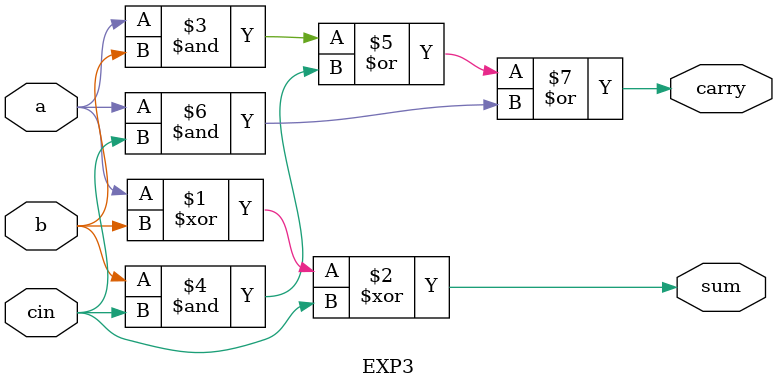
<source format=v>
module EXP3 (
    input  wire a, b, cin,   // Inputs
    output wire sum, carry   // Outputs
);

    // Logic equations
    assign sum   = a ^ b ^ cin;                  // XOR for sum
    assign carry = (a & b) | (b & cin) | (a & cin); // Majority function for carry

endmodule


</source>
